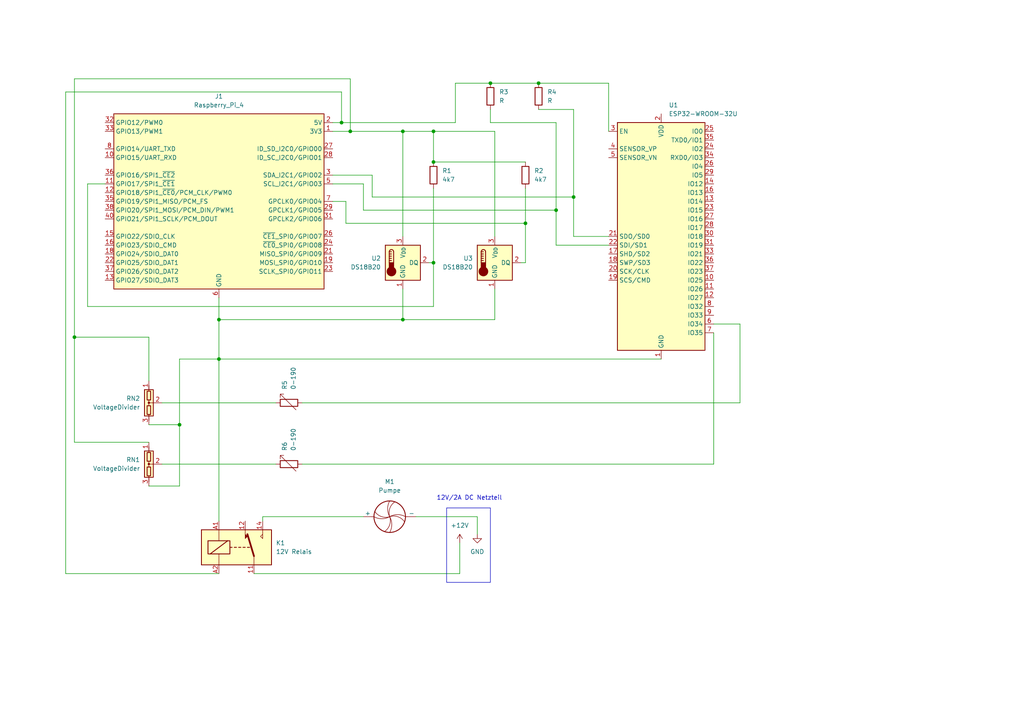
<source format=kicad_sch>
(kicad_sch (version 20231120) (generator "eeschema") (generator_version "8.0")
  (paper "A4")
  (lib_symbols
    (symbol "Connector:Raspberry_Pi_4"
      (property "Reference" "J" (at -17.526 48.768 0))
      (property "Value" "Raspberry_Pi_4" (at 15.748 -26.416 0))
      (symbol "Raspberry_Pi_4_0_1"
        (rectangle (start -30.48 25.4) (end 30.48 -25.4) (stroke (width 0.254)) (fill (type background)))
      )
      (symbol "Raspberry_Pi_4_1_1"
        (pin power_out line (at 33.02 20.32 180) (length 2.54) (name "3V3") (number "1"))
        (pin bidirectional line (at -33.02 12.7 0) (length 2.54) (name "GPIO15/UART_RXD") (number "10"))
        (pin bidirectional line (at -33.02 5.08 0) (length 2.54) (name "GPIO17/SPI1_~{CE1}") (number "11"))
        (pin bidirectional line (at -33.02 2.54 0) (length 2.54) (name "GPIO18/SPI1_~{CE0}/PCM_CLK/PWM0") (number "12"))
        (pin bidirectional line (at -33.02 -22.86 0) (length 2.54) (name "GPIO27/SDIO_DAT3") (number "13"))
        (pin passive line (at 0 -27.94 90) (length 2.54) hide (name "GND") (number "14"))
        (pin bidirectional line (at -33.02 -10.16 0) (length 2.54) (name "GPIO22/SDIO_CLK") (number "15"))
        (pin bidirectional line (at -33.02 -12.7 0) (length 2.54) (name "GPIO23/SDIO_CMD") (number "16"))
        (pin passive line (at 33.02 20.32 180) (length 2.54) hide (name "3V3") (number "17"))
        (pin bidirectional line (at -33.02 -15.24 0) (length 2.54) (name "GPIO24/SDIO_DAT0") (number "18"))
        (pin bidirectional line (at 33.02 -17.78 180) (length 2.54) (name "MOSI_SPI0/GPIO10") (number "19"))
        (pin power_out line (at 33.02 22.86 180) (length 2.54) (name "5V") (number "2"))
        (pin passive line (at 0 -27.94 90) (length 2.54) hide (name "GND") (number "20"))
        (pin bidirectional line (at 33.02 -15.24 180) (length 2.54) (name "MISO_SPI0/GPIO09") (number "21"))
        (pin bidirectional line (at -33.02 -17.78 0) (length 2.54) (name "GPIO25/SDIO_DAT1") (number "22"))
        (pin bidirectional line (at 33.02 -20.32 180) (length 2.54) (name "SCLK_SPI0/GPIO11") (number "23"))
        (pin bidirectional line (at 33.02 -12.7 180) (length 2.54) (name "~{CE0}_SPI0/GPIO08") (number "24"))
        (pin passive line (at 0 -27.94 90) (length 2.54) hide (name "GND") (number "25"))
        (pin bidirectional line (at 33.02 -10.16 180) (length 2.54) (name "~{CE1}_SPI0/GPIO07") (number "26"))
        (pin bidirectional line (at 33.02 15.24 180) (length 2.54) (name "ID_SD_I2C0/GPIO00") (number "27"))
        (pin bidirectional line (at 33.02 12.7 180) (length 2.54) (name "ID_SC_I2C0/GPIO01") (number "28"))
        (pin bidirectional line (at 33.02 -2.54 180) (length 2.54) (name "GPCLK1/GPIO05") (number "29"))
        (pin bidirectional line (at 33.02 7.62 180) (length 2.54) (name "SDA_I2C1/GPIO02") (number "3"))
        (pin passive line (at 0 -27.94 90) (length 2.54) hide (name "GND") (number "30"))
        (pin bidirectional line (at 33.02 -5.08 180) (length 2.54) (name "GPCLK2/GPIO06") (number "31"))
        (pin bidirectional line (at -33.02 22.86 0) (length 2.54) (name "GPIO12/PWM0") (number "32"))
        (pin bidirectional line (at -33.02 20.32 0) (length 2.54) (name "GPIO13/PWM1") (number "33"))
        (pin passive line (at 0 -27.94 90) (length 2.54) hide (name "GND") (number "34"))
        (pin bidirectional line (at -33.02 0 0) (length 2.54) (name "GPIO19/SPI1_MISO/PCM_FS") (number "35"))
        (pin bidirectional line (at -33.02 7.62 0) (length 2.54) (name "GPIO16/SPI1_~{CE2}") (number "36"))
        (pin bidirectional line (at -33.02 -20.32 0) (length 2.54) (name "GPIO26/SDIO_DAT2") (number "37"))
        (pin bidirectional line (at -33.02 -2.54 0) (length 2.54) (name "GPIO20/SPI1_MOSI/PCM_DIN/PWM1") (number "38"))
        (pin passive line (at 0 -27.94 90) (length 2.54) hide (name "GND") (number "39"))
        (pin passive line (at 33.02 22.86 180) (length 2.54) hide (name "5V") (number "4"))
        (pin bidirectional line (at -33.02 -5.08 0) (length 2.54) (name "GPIO21/SPI1_SCLK/PCM_DOUT") (number "40"))
        (pin bidirectional line (at 33.02 5.08 180) (length 2.54) (name "SCL_I2C1/GPIO03") (number "5"))
        (pin power_out line (at 0 -27.94 90) (length 2.54) (name "GND") (number "6"))
        (pin bidirectional line (at 33.02 0 180) (length 2.54) (name "GPCLK0/GPIO04") (number "7"))
        (pin bidirectional line (at -33.02 15.24 0) (length 2.54) (name "GPIO14/UART_TXD") (number "8"))
        (pin passive line (at 0 -27.94 90) (length 2.54) hide (name "GND") (number "9"))
      )
    )
    (symbol "Device:R" (pin_numbers hide) (pin_names (offset 0))
      (property "Reference" "R" (at 2.032 0 90))
      (property "Value" "R" (at 0 0 90))
      (symbol "R_0_1"
        (rectangle (start -1.016 -2.54) (end 1.016 2.54) (stroke (width 0.254)))
      )
      (symbol "R_1_1"
        (pin passive line (at 0 3.81 270) (length 1.27) (name "~") (number "1"))
        (pin passive line (at 0 -3.81 90) (length 1.27) (name "~") (number "2"))
      )
    )
    (symbol "Device:VoltageDivider" (pin_names (offset 0) hide)
      (property "Reference" "RN" (at -4.445 0 90))
      (property "Value" "VoltageDivider" (at -2.54 0 90))
      (symbol "VoltageDivider_0_1"
        (rectangle (start -1.27 -3.81) (end 1.27 3.81) (stroke (width 0.254)) (fill (type background)))
        (rectangle (start -0.508 -3.3782) (end 0.508 -0.8382) (stroke (width 0.254)))
        (rectangle (start -0.508 3.3782) (end 0.508 0.8382) (stroke (width 0.254)))
        (polyline (pts (xy 0 -5.08) (xy 0 -3.429)))
        (polyline (pts (xy 0 0.889) (xy 0 -0.889)))
        (polyline (pts (xy 0 5.08) (xy 0 3.3782)))
        (polyline (pts (xy 1.27 0) (xy 0 0)))
        (circle (center 0 0.0254) (radius 0.254) (fill (type outline)))
      )
      (symbol "VoltageDivider_1_1"
        (pin passive line (at 0 6.35 270) (length 2.54) (name "~") (number "1"))
        (pin passive line (at 3.81 0 180) (length 2.54) (name "~") (number "2"))
        (pin passive line (at 0 -6.35 90) (length 2.54) (name "~") (number "3"))
      )
    )
    (symbol "Motor:Fan_ALT" (pin_numbers hide) (pin_names (offset 0))
      (property "Reference" "M" (at 3.81 5.08 0))
      (property "Value" "Fan_ALT" (at 3.81 2.54 0))
      (symbol "Fan_ALT_0_1"
        (arc (start -4.572 0) (mid -2.286 -0.5988) (end 0 0))
        (arc (start -4.318 1.524) (mid -2.4153 0.0291) (end 0 0))
        (arc (start -1.524 -4.318) (mid -0.0291 -2.4153) (end 0 0))
        (arc (start 0 -4.572) (mid 0.5988 -2.286) (end 0 0))
        (polyline (pts (xy 0 -5.08) (xy 0 -4.572)))
        (polyline (pts (xy 0 4.572) (xy 0 5.08)))
        (circle (center 0 0) (radius 4.572) (stroke (width 0.254)))
        (arc (start 0 4.572) (mid -0.5988 2.286) (end 0 0))
        (arc (start 1.524 4.318) (mid 0.0291 2.4153) (end 0 0))
        (arc (start 4.318 -1.524) (mid 2.4153 -0.0291) (end 0 0))
        (arc (start 4.572 0) (mid 2.286 0.5988) (end 0 0))
      )
      (symbol "Fan_ALT_1_1"
        (pin passive line (at 0 7.62 270) (length 2.54) (name "+") (number "1"))
        (pin passive line (at 0 -7.62 90) (length 2.54) (name "-") (number "2"))
      )
    )
    (symbol "RF_Module:ESP32-WROOM-32U"
      (property "Reference" "U" (at -12.7 34.29 0))
      (property "Value" "ESP32-WROOM-32U" (at 1.27 34.29 0))
      (symbol "ESP32-WROOM-32U_0_1"
        (rectangle (start -12.7 33.02) (end 12.7 -33.02) (stroke (width 0.254)) (fill (type background)))
      )
      (symbol "ESP32-WROOM-32U_1_1"
        (pin power_in line (at 0 -35.56 90) (length 2.54) (name "GND") (number "1"))
        (pin bidirectional line (at 15.24 -12.7 180) (length 2.54) (name "IO25") (number "10"))
        (pin bidirectional line (at 15.24 -15.24 180) (length 2.54) (name "IO26") (number "11"))
        (pin bidirectional line (at 15.24 -17.78 180) (length 2.54) (name "IO27") (number "12"))
        (pin bidirectional line (at 15.24 10.16 180) (length 2.54) (name "IO14") (number "13"))
        (pin bidirectional line (at 15.24 15.24 180) (length 2.54) (name "IO12") (number "14"))
        (pin passive line (at 0 -35.56 90) (length 2.54) hide (name "GND") (number "15"))
        (pin bidirectional line (at 15.24 12.7 180) (length 2.54) (name "IO13") (number "16"))
        (pin bidirectional line (at -15.24 -5.08 0) (length 2.54) (name "SHD/SD2") (number "17"))
        (pin bidirectional line (at -15.24 -7.62 0) (length 2.54) (name "SWP/SD3") (number "18"))
        (pin bidirectional line (at -15.24 -12.7 0) (length 2.54) (name "SCS/CMD") (number "19"))
        (pin power_in line (at 0 35.56 270) (length 2.54) (name "VDD") (number "2"))
        (pin bidirectional line (at -15.24 -10.16 0) (length 2.54) (name "SCK/CLK") (number "20"))
        (pin bidirectional line (at -15.24 0 0) (length 2.54) (name "SDO/SD0") (number "21"))
        (pin bidirectional line (at -15.24 -2.54 0) (length 2.54) (name "SDI/SD1") (number "22"))
        (pin bidirectional line (at 15.24 7.62 180) (length 2.54) (name "IO15") (number "23"))
        (pin bidirectional line (at 15.24 25.4 180) (length 2.54) (name "IO2") (number "24"))
        (pin bidirectional line (at 15.24 30.48 180) (length 2.54) (name "IO0") (number "25"))
        (pin bidirectional line (at 15.24 20.32 180) (length 2.54) (name "IO4") (number "26"))
        (pin bidirectional line (at 15.24 5.08 180) (length 2.54) (name "IO16") (number "27"))
        (pin bidirectional line (at 15.24 2.54 180) (length 2.54) (name "IO17") (number "28"))
        (pin bidirectional line (at 15.24 17.78 180) (length 2.54) (name "IO5") (number "29"))
        (pin input line (at -15.24 30.48 0) (length 2.54) (name "EN") (number "3"))
        (pin bidirectional line (at 15.24 0 180) (length 2.54) (name "IO18") (number "30"))
        (pin bidirectional line (at 15.24 -2.54 180) (length 2.54) (name "IO19") (number "31"))
        (pin no_connect line (at -12.7 -27.94 0) (length 2.54) hide (name "NC") (number "32"))
        (pin bidirectional line (at 15.24 -5.08 180) (length 2.54) (name "IO21") (number "33"))
        (pin bidirectional line (at 15.24 22.86 180) (length 2.54) (name "RXD0/IO3") (number "34"))
        (pin bidirectional line (at 15.24 27.94 180) (length 2.54) (name "TXD0/IO1") (number "35"))
        (pin bidirectional line (at 15.24 -7.62 180) (length 2.54) (name "IO22") (number "36"))
        (pin bidirectional line (at 15.24 -10.16 180) (length 2.54) (name "IO23") (number "37"))
        (pin passive line (at 0 -35.56 90) (length 2.54) hide (name "GND") (number "38"))
        (pin passive line (at 0 -35.56 90) (length 2.54) hide (name "GND") (number "39"))
        (pin input line (at -15.24 25.4 0) (length 2.54) (name "SENSOR_VP") (number "4"))
        (pin input line (at -15.24 22.86 0) (length 2.54) (name "SENSOR_VN") (number "5"))
        (pin input line (at 15.24 -25.4 180) (length 2.54) (name "IO34") (number "6"))
        (pin input line (at 15.24 -27.94 180) (length 2.54) (name "IO35") (number "7"))
        (pin bidirectional line (at 15.24 -20.32 180) (length 2.54) (name "IO32") (number "8"))
        (pin bidirectional line (at 15.24 -22.86 180) (length 2.54) (name "IO33") (number "9"))
      )
    )
    (symbol "R_Variable_1" (pin_numbers hide) (pin_names (offset 0))
      (property "Reference" "R" (at 2.54 -2.54 90))
      (property "Value" "R_Variable" (at -2.54 -1.27 90))
      (symbol "R_Variable_1_0_1"
        (rectangle (start -1.016 -2.54) (end 1.016 2.54) (stroke (width 0.254)))
        (polyline (pts (xy 2.54 1.524) (xy 2.54 2.54) (xy 1.524 2.54) (xy 2.54 2.54) (xy -2.032 -2.032)))
      )
      (symbol "R_Variable_1_1_1"
        (pin passive line (at 0 3.81 270) (length 1.27) (name "~") (number "1"))
        (pin passive line (at 0 -3.81 90) (length 1.27) (name "~") (number "2"))
      )
    )
    (symbol "Relay:Fujitsu_FTR-LYCA005x"
      (property "Reference" "K" (at 11.43 3.81 0))
      (property "Value" "Fujitsu_FTR-LYCA005x" (at 11.43 1.27 0))
      (symbol "Fujitsu_FTR-LYCA005x_0_0"
        (polyline (pts (xy 7.62 5.08) (xy 7.62 2.54) (xy 6.985 3.175) (xy 7.62 3.81)))
      )
      (symbol "Fujitsu_FTR-LYCA005x_0_1"
        (rectangle (start -10.16 5.08) (end 10.16 -5.08) (stroke (width 0.254)) (fill (type background)))
        (rectangle (start -8.255 1.905) (end -1.905 -1.905) (stroke (width 0.254)))
        (polyline (pts (xy -7.62 -1.905) (xy -2.54 1.905)) (stroke (width 0.254)))
        (polyline (pts (xy -5.08 -5.08) (xy -5.08 -1.905)))
        (polyline (pts (xy -5.08 5.08) (xy -5.08 1.905)))
        (polyline (pts (xy -1.905 0) (xy -1.27 0)) (stroke (width 0.254)))
        (polyline (pts (xy -0.635 0) (xy 0 0)) (stroke (width 0.254)))
        (polyline (pts (xy 0.635 0) (xy 1.27 0)) (stroke (width 0.254)))
        (polyline (pts (xy 1.905 0) (xy 2.54 0)) (stroke (width 0.254)))
        (polyline (pts (xy 3.175 0) (xy 3.81 0)) (stroke (width 0.254)))
        (polyline (pts (xy 5.08 -2.54) (xy 3.175 3.81)) (stroke (width 0.508)))
        (polyline (pts (xy 5.08 -2.54) (xy 5.08 -5.08)))
        (polyline (pts (xy 2.54 5.08) (xy 2.54 2.54) (xy 3.175 3.175) (xy 2.54 3.81)) (fill (type outline)))
      )
      (symbol "Fujitsu_FTR-LYCA005x_1_1"
        (pin passive line (at 5.08 -7.62 90) (length 2.54) (name "~") (number "11"))
        (pin passive line (at 2.54 7.62 270) (length 2.54) (name "~") (number "12"))
        (pin passive line (at 7.62 7.62 270) (length 2.54) (name "~") (number "14"))
        (pin passive line (at -5.08 7.62 270) (length 2.54) (name "~") (number "A1"))
        (pin passive line (at -5.08 -7.62 90) (length 2.54) (name "~") (number "A2"))
      )
    )
    (symbol "Sensor_Temperature:DS18B20"
      (property "Reference" "U" (at -3.81 6.35 0))
      (property "Value" "DS18B20" (at 6.35 6.35 0))
      (symbol "DS18B20_0_1"
        (rectangle (start -5.08 5.08) (end 5.08 -5.08) (stroke (width 0.254)) (fill (type background)))
        (circle (center -3.302 -2.54) (radius 1.27) (stroke (width 0.254)) (fill (type outline)))
        (rectangle (start -2.667 -1.905) (end -3.937 0) (stroke (width 0.254)) (fill (type outline)))
        (arc (start -2.667 3.175) (mid -3.302 3.8073) (end -3.937 3.175) (stroke (width 0.254)))
        (polyline (pts (xy -3.937 0.635) (xy -3.302 0.635)) (stroke (width 0.254)))
        (polyline (pts (xy -3.937 1.27) (xy -3.302 1.27)) (stroke (width 0.254)))
        (polyline (pts (xy -3.937 1.905) (xy -3.302 1.905)) (stroke (width 0.254)))
        (polyline (pts (xy -3.937 2.54) (xy -3.302 2.54)) (stroke (width 0.254)))
        (polyline (pts (xy -3.937 3.175) (xy -3.937 0)) (stroke (width 0.254)))
        (polyline (pts (xy -3.937 3.175) (xy -3.302 3.175)) (stroke (width 0.254)))
        (polyline (pts (xy -2.667 3.175) (xy -2.667 0)) (stroke (width 0.254)))
      )
      (symbol "DS18B20_1_1"
        (pin power_in line (at 0 -7.62 90) (length 2.54) (name "GND") (number "1"))
        (pin bidirectional line (at 7.62 0 180) (length 2.54) (name "DQ") (number "2"))
        (pin power_in line (at 0 7.62 270) (length 2.54) (name "V_{DD}") (number "3"))
      )
    )
    (symbol "power:+12V" (power) (pin_numbers hide) (pin_names (offset 0) hide)
      (property "Value" "+12V" (at 0 3.556 0))
      (symbol "+12V_0_1"
        (polyline (pts (xy -0.762 1.27) (xy 0 2.54)))
        (polyline (pts (xy 0 0) (xy 0 2.54)))
        (polyline (pts (xy 0 2.54) (xy 0.762 1.27)))
      )
      (symbol "+12V_1_1"
        (pin power_in line (at 0 0 90) (length 0) (name "~") (number "1"))
      )
    )
    (symbol "power:GND" (power) (pin_numbers hide) (pin_names (offset 0) hide)
      (property "Value" "GND" (at 0 -3.81 0))
      (symbol "GND_0_1"
        (polyline (pts (xy 0 0) (xy 0 -1.27) (xy 1.27 -1.27) (xy 0 -2.54) (xy -1.27 -1.27) (xy 0 -1.27)))
      )
      (symbol "GND_1_1"
        (pin power_in line (at 0 0 270) (length 0) (name "~") (number "1"))
      )
    )
  )
  (junction (at 116.84 38.1))
  (junction (at 142.24 24.13))
  (junction (at 161.29 60.96))
  (junction (at 52.07 123.19))
  (junction (at 116.84 92.71))
  (junction (at 125.73 46.99))
  (junction (at 156.21 24.13))
  (junction (at 166.37 57.15))
  (junction (at 99.06 35.56))
  (junction (at 101.6 38.1))
  (junction (at 63.5 92.71))
  (junction (at 21.59 97.79))
  (junction (at 125.73 38.1))
  (junction (at 125.73 76.2))
  (junction (at 152.4 64.77))
  (junction (at 63.5 104.14))
  (wire (pts (xy 116.84 92.71) (xy 143.51 92.71)))
  (wire (pts (xy 87.63 134.62) (xy 207.01 134.62)))
  (wire (pts (xy 142.24 24.13) (xy 156.21 24.13)))
  (wire (pts (xy 214.63 116.84) (xy 214.63 93.98)))
  (wire (pts (xy 125.73 76.2) (xy 125.73 88.9)))
  (wire (pts (xy 21.59 97.79) (xy 21.59 128.27)))
  (wire (pts (xy 100.33 64.77) (xy 152.4 64.77)))
  (wire (pts (xy 166.37 57.15) (xy 166.37 68.58)))
  (wire (pts (xy 87.63 116.84) (xy 214.63 116.84)))
  (wire (pts (xy 43.18 97.79) (xy 21.59 97.79)))
  (wire (pts (xy 73.66 166.37) (xy 133.35 166.37)))
  (wire (pts (xy 52.07 104.14) (xy 63.5 104.14)))
  (wire (pts (xy 21.59 22.86) (xy 21.59 97.79)))
  (wire (pts (xy 96.52 53.34) (xy 105.41 53.34)))
  (wire (pts (xy 214.63 93.98) (xy 207.01 93.98)))
  (wire (pts (xy 152.4 54.61) (xy 152.4 64.77)))
  (wire (pts (xy 176.53 38.1) (xy 176.53 24.13)))
  (wire (pts (xy 19.05 26.67) (xy 99.06 26.67)))
  (wire (pts (xy 76.2 151.13) (xy 76.2 149.86)))
  (wire (pts (xy 105.41 53.34) (xy 105.41 60.96)))
  (wire (pts (xy 191.77 104.14) (xy 63.5 104.14)))
  (wire (pts (xy 25.4 53.34) (xy 30.48 53.34)))
  (wire (pts (xy 143.51 38.1) (xy 143.51 68.58)))
  (wire (pts (xy 176.53 24.13) (xy 156.21 24.13)))
  (wire (pts (xy 161.29 71.12) (xy 176.53 71.12)))
  (wire (pts (xy 125.73 76.2) (xy 124.46 76.2)))
  (wire (pts (xy 43.18 123.19) (xy 52.07 123.19)))
  (wire (pts (xy 52.07 123.19) (xy 52.07 140.97)))
  (wire (pts (xy 107.95 57.15) (xy 166.37 57.15)))
  (wire (pts (xy 116.84 68.58) (xy 116.84 38.1)))
  (wire (pts (xy 99.06 26.67) (xy 99.06 35.56)))
  (wire (pts (xy 96.52 35.56) (xy 99.06 35.56)))
  (wire (pts (xy 142.24 31.75) (xy 142.24 35.56)))
  (wire (pts (xy 152.4 76.2) (xy 152.4 64.77)))
  (wire (pts (xy 207.01 96.52) (xy 207.01 134.62)))
  (wire (pts (xy 25.4 88.9) (xy 25.4 53.34)))
  (wire (pts (xy 43.18 110.49) (xy 43.18 97.79)))
  (wire (pts (xy 138.43 149.86) (xy 138.43 154.94)))
  (wire (pts (xy 99.06 35.56) (xy 132.08 35.56)))
  (wire (pts (xy 116.84 38.1) (xy 125.73 38.1)))
  (wire (pts (xy 43.18 128.27) (xy 21.59 128.27)))
  (wire (pts (xy 125.73 88.9) (xy 25.4 88.9)))
  (wire (pts (xy 46.99 134.62) (xy 80.01 134.62)))
  (wire (pts (xy 116.84 92.71) (xy 63.5 92.71)))
  (wire (pts (xy 101.6 38.1) (xy 116.84 38.1)))
  (wire (pts (xy 166.37 68.58) (xy 176.53 68.58)))
  (wire (pts (xy 132.08 35.56) (xy 132.08 24.13)))
  (wire (pts (xy 120.65 149.86) (xy 138.43 149.86)))
  (wire (pts (xy 63.5 104.14) (xy 63.5 92.71)))
  (wire (pts (xy 63.5 166.37) (xy 19.05 166.37)))
  (wire (pts (xy 107.95 50.8) (xy 107.95 57.15)))
  (wire (pts (xy 166.37 31.75) (xy 166.37 57.15)))
  (wire (pts (xy 125.73 54.61) (xy 125.73 76.2)))
  (wire (pts (xy 133.35 166.37) (xy 133.35 157.48)))
  (wire (pts (xy 96.52 50.8) (xy 107.95 50.8)))
  (wire (pts (xy 52.07 104.14) (xy 52.07 123.19)))
  (wire (pts (xy 125.73 38.1) (xy 125.73 46.99)))
  (wire (pts (xy 101.6 22.86) (xy 101.6 38.1)))
  (wire (pts (xy 96.52 38.1) (xy 101.6 38.1)))
  (wire (pts (xy 43.18 140.97) (xy 52.07 140.97)))
  (wire (pts (xy 132.08 24.13) (xy 142.24 24.13)))
  (wire (pts (xy 100.33 64.77) (xy 100.33 58.42)))
  (wire (pts (xy 152.4 46.99) (xy 125.73 46.99)))
  (wire (pts (xy 156.21 31.75) (xy 166.37 31.75)))
  (wire (pts (xy 21.59 22.86) (xy 101.6 22.86)))
  (wire (pts (xy 63.5 92.71) (xy 63.5 86.36)))
  (wire (pts (xy 100.33 58.42) (xy 96.52 58.42)))
  (wire (pts (xy 63.5 104.14) (xy 63.5 151.13)))
  (wire (pts (xy 105.41 60.96) (xy 161.29 60.96)))
  (wire (pts (xy 161.29 60.96) (xy 161.29 71.12)))
  (wire (pts (xy 152.4 76.2) (xy 151.13 76.2)))
  (wire (pts (xy 161.29 35.56) (xy 161.29 60.96)))
  (wire (pts (xy 76.2 149.86) (xy 105.41 149.86)))
  (wire (pts (xy 125.73 38.1) (xy 143.51 38.1)))
  (wire (pts (xy 19.05 166.37) (xy 19.05 26.67)))
  (wire (pts (xy 142.24 35.56) (xy 161.29 35.56)))
  (wire (pts (xy 116.84 83.82) (xy 116.84 92.71)))
  (wire (pts (xy 143.51 83.82) (xy 143.51 92.71)))
  (wire (pts (xy 46.99 116.84) (xy 80.01 116.84)))
  (rectangle (start 129.54 147.32) (end 142.24 168.91))
  (text "12V/2A DC Netzteil\n" (at 136.144 144.526 0) (effects (font (size 1.27 1.27))))
  (symbol (lib_id "Device:VoltageDivider") (at 43.18 116.84 0) (unit 1)
    (property "Reference" "RN2" (at 40.64 115.5699 0) (effects (justify right)))
    (property "Value" "VoltageDivider" (at 40.64 118.1099 0) (effects (justify right)))
    (property "Description" "Voltage divider" (effects (hide yes)))
  )
  (symbol (lib_id "Sensor_Temperature:DS18B20") (at 116.84 76.2 0) (unit 1)
    (property "Reference" "U2" (at 110.49 74.9299 0) (effects (justify right)))
    (property "Value" "DS18B20" (at 110.49 77.4699 0) (effects (justify right)))
    (property "Footprint" "Package_TO_SOT_THT:TO-92_Inline" (effects (hide yes)))
    (property "Datasheet" "http://datasheets.maximintegrated.com/en/ds/DS18B20.pdf" (effects (hide yes)))
    (property "Description" "Programmable Resolution 1-Wire Digital Thermometer TO-92" (effects (hide yes)))
  )
  (symbol (lib_id "Device:R") (at 152.4 50.8 0) (unit 1)
    (property "Reference" "R2" (at 154.94 49.5299 0) (effects (justify left)))
    (property "Value" "4k7" (at 154.94 52.0699 0) (effects (justify left)))
    (property "Description" "Resistor" (effects (hide yes)))
  )
  (symbol (lib_id "RF_Module:ESP32-WROOM-32U") (at 191.77 68.58 0) (unit 1)
    (property "Reference" "U1" (at 193.9641 30.48 0) (effects (justify left)))
    (property "Value" "ESP32-WROOM-32U" (at 193.9641 33.02 0) (effects (justify left)))
    (property "Footprint" "RF_Module:ESP32-WROOM-32U" (effects (hide yes)))
    (property "Datasheet" "https://www.espressif.com/sites/default/files/documentation/esp32-wroom-32d_esp32-wroom-32u_datasheet_en.pdf" (effects (hide yes)))
    (property "Description" "RF Module, ESP32-D0WD SoC, Wi-Fi 802.11b/g/n, Bluetooth, BLE, 32-bit, 2.7-3.6V, external antenna, SMD" (effects (hide yes)))
  )
  (symbol (lib_id "Sensor_Temperature:DS18B20") (at 143.51 76.2 0) (unit 1)
    (property "Reference" "U3" (at 137.16 74.9299 0) (effects (justify right)))
    (property "Value" "DS18B20" (at 137.16 77.4699 0) (effects (justify right)))
    (property "Footprint" "Package_TO_SOT_THT:TO-92_Inline" (effects (hide yes)))
    (property "Datasheet" "http://datasheets.maximintegrated.com/en/ds/DS18B20.pdf" (effects (hide yes)))
    (property "Description" "Programmable Resolution 1-Wire Digital Thermometer TO-92" (effects (hide yes)))
  )
  (symbol (lib_name "R_Variable_1") (lib_id "Device:R_Variable") (at 83.82 134.62 90) (unit 1)
    (property "Reference" "R6" (at 82.5499 130.81 0) (effects (justify left)))
    (property "Value" "0-190" (at 85.0899 130.81 0) (effects (justify left)))
    (property "Description" "Variable resistor" (effects (hide yes)))
  )
  (symbol (lib_id "Motor:Fan_ALT") (at 113.03 149.86 90) (unit 1)
    (property "Reference" "M1" (at 113.03 139.7 90))
    (property "Value" "Pumpe" (at 113.03 142.24 90))
    (property "Description" "Fan without PWM or tach, alternative symbol" (effects (hide yes)))
  )
  (symbol (lib_id "Device:R") (at 156.21 27.94 0) (unit 1)
    (property "Reference" "R4" (at 158.75 26.6699 0) (effects (justify left)))
    (property "Value" "R" (at 158.75 29.2099 0) (effects (justify left)))
    (property "Description" "Resistor" (effects (hide yes)))
  )
  (symbol (lib_id "power:GND") (at 138.43 154.94 0) (unit 1)
    (property "Reference" "#PWR02" (effects (hide yes)))
    (property "Value" "GND" (at 138.43 160.02 0))
    (property "Description" "Power symbol creates a global label with name \"GND\" , ground" (effects (hide yes)))
  )
  (symbol (lib_id "Relay:Fujitsu_FTR-LYCA005x") (at 68.58 158.75 0) (unit 1)
    (property "Reference" "K1" (at 80.01 157.4799 0) (effects (justify left)))
    (property "Value" "12V Relais" (at 80.01 160.0199 0) (effects (justify left)))
    (property "Footprint" "Relay_THT:Relay_SPDT_Fujitsu_FTR-LYCA005x_FormC_Vertical" (effects (hide yes)))
    (property "Datasheet" "https://www.fujitsu.com/sg/imagesgig5/ftr-ly.pdf" (effects (hide yes)))
    (property "Description" "Relay, SPDT Form C, vertical mount, 5-60V coil, 6A, 250VAC, 28 x 5 x 15mm" (effects (hide yes)))
  )
  (symbol (lib_id "power:+12V") (at 133.35 157.48 0) (unit 1)
    (property "Reference" "#PWR01" (effects (hide yes)))
    (property "Value" "+12V" (at 133.35 152.4 0))
    (property "Description" "Power symbol creates a global label with name \"+12V\"" (effects (hide yes)))
  )
  (symbol (lib_id "Device:VoltageDivider") (at 43.18 134.62 0) (unit 1)
    (property "Reference" "RN1" (at 40.64 133.3499 0) (effects (justify right)))
    (property "Value" "VoltageDivider" (at 40.64 135.8899 0) (effects (justify right)))
    (property "Description" "Voltage divider" (effects (hide yes)))
  )
  (symbol (lib_id "Device:R") (at 125.73 50.8 0) (unit 1)
    (property "Reference" "R1" (at 128.27 49.5299 0) (effects (justify left)))
    (property "Value" "4k7" (at 128.27 52.0699 0) (effects (justify left)))
    (property "Description" "Resistor" (effects (hide yes)))
  )
  (symbol (lib_id "Device:R") (at 142.24 27.94 0) (unit 1)
    (property "Reference" "R3" (at 144.78 26.6699 0) (effects (justify left)))
    (property "Value" "R" (at 144.78 29.2099 0) (effects (justify left)))
    (property "Description" "Resistor" (effects (hide yes)))
  )
  (symbol (lib_name "R_Variable_1") (lib_id "Device:R_Variable") (at 83.82 116.84 90) (unit 1)
    (property "Reference" "R5" (at 82.5499 113.03 0) (effects (justify left)))
    (property "Value" "0-190" (at 85.0899 113.03 0) (effects (justify left)))
    (property "Description" "Variable resistor" (effects (hide yes)))
  )
  (symbol (lib_id "Connector:Raspberry_Pi_4") (at 63.5 58.42 0) (unit 1)
    (property "Reference" "J1" (at 63.5 27.94 0))
    (property "Value" "Raspberry_Pi_4" (at 63.5 30.48 0))
    (property "Datasheet" "https://datasheets.raspberrypi.com/rpi4/raspberry-pi-4-datasheet.pdf" (effects (hide yes)))
    (property "Description" "Raspberry Pi 4 Model B" (effects (hide yes)))
  )
)
</source>
